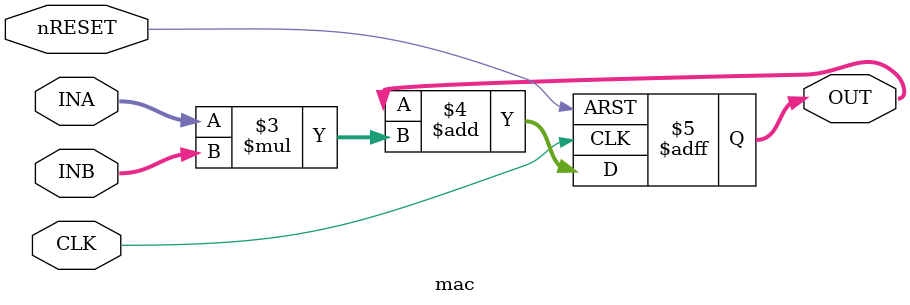
<source format=v>
module mac (
    CLK,
    nRESET,

    INA,
    INB,
    OUT 
);

input               CLK;
input               nRESET;
input       [15:0]  INA;
input       [15:0]  INB;

output  reg [31:0]  OUT;

always @(posedge CLK or negedge nRESET)
begin
    if (!nRESET)
    begin
        OUT     <= 32'd0;
    end 
    else
    begin
        OUT     <= OUT + (INA*INB);
    end 
end

endmodule

</source>
